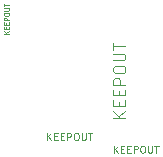
<source format=gbr>
%TF.GenerationSoftware,KiCad,Pcbnew,4.0.7*%
%TF.CreationDate,2018-01-21T21:24:05+02:00*%
%TF.ProjectId,OilMeteo_V2.0,4F696C4D6574656F5F56322E302E6B69,rev?*%
%TF.FileFunction,Other,Comment*%
%FSLAX46Y46*%
G04 Gerber Fmt 4.6, Leading zero omitted, Abs format (unit mm)*
G04 Created by KiCad (PCBNEW 4.0.7) date 01/21/18 21:24:05*
%MOMM*%
%LPD*%
G01*
G04 APERTURE LIST*
%ADD10C,0.100000*%
%ADD11C,0.060000*%
%ADD12C,0.090000*%
G04 APERTURE END LIST*
D10*
X120252381Y-47445238D02*
X119252381Y-47445238D01*
X120252381Y-46873809D02*
X119680952Y-47302381D01*
X119252381Y-46873809D02*
X119823810Y-47445238D01*
X119728571Y-46445238D02*
X119728571Y-46111904D01*
X120252381Y-45969047D02*
X120252381Y-46445238D01*
X119252381Y-46445238D01*
X119252381Y-45969047D01*
X119728571Y-45540476D02*
X119728571Y-45207142D01*
X120252381Y-45064285D02*
X120252381Y-45540476D01*
X119252381Y-45540476D01*
X119252381Y-45064285D01*
X120252381Y-44635714D02*
X119252381Y-44635714D01*
X119252381Y-44254761D01*
X119300000Y-44159523D01*
X119347619Y-44111904D01*
X119442857Y-44064285D01*
X119585714Y-44064285D01*
X119680952Y-44111904D01*
X119728571Y-44159523D01*
X119776190Y-44254761D01*
X119776190Y-44635714D01*
X119252381Y-43445238D02*
X119252381Y-43254761D01*
X119300000Y-43159523D01*
X119395238Y-43064285D01*
X119585714Y-43016666D01*
X119919048Y-43016666D01*
X120109524Y-43064285D01*
X120204762Y-43159523D01*
X120252381Y-43254761D01*
X120252381Y-43445238D01*
X120204762Y-43540476D01*
X120109524Y-43635714D01*
X119919048Y-43683333D01*
X119585714Y-43683333D01*
X119395238Y-43635714D01*
X119300000Y-43540476D01*
X119252381Y-43445238D01*
X119252381Y-42588095D02*
X120061905Y-42588095D01*
X120157143Y-42540476D01*
X120204762Y-42492857D01*
X120252381Y-42397619D01*
X120252381Y-42207142D01*
X120204762Y-42111904D01*
X120157143Y-42064285D01*
X120061905Y-42016666D01*
X119252381Y-42016666D01*
X119252381Y-41683333D02*
X119252381Y-41111904D01*
X120252381Y-41397619D02*
X119252381Y-41397619D01*
D11*
X110405952Y-40313096D02*
X110005952Y-40313096D01*
X110405952Y-40084524D02*
X110177381Y-40255953D01*
X110005952Y-40084524D02*
X110234524Y-40313096D01*
X110196429Y-39913096D02*
X110196429Y-39779763D01*
X110405952Y-39722620D02*
X110405952Y-39913096D01*
X110005952Y-39913096D01*
X110005952Y-39722620D01*
X110196429Y-39551191D02*
X110196429Y-39417858D01*
X110405952Y-39360715D02*
X110405952Y-39551191D01*
X110005952Y-39551191D01*
X110005952Y-39360715D01*
X110405952Y-39189286D02*
X110005952Y-39189286D01*
X110005952Y-39036905D01*
X110025000Y-38998810D01*
X110044048Y-38979762D01*
X110082143Y-38960714D01*
X110139286Y-38960714D01*
X110177381Y-38979762D01*
X110196429Y-38998810D01*
X110215476Y-39036905D01*
X110215476Y-39189286D01*
X110005952Y-38713095D02*
X110005952Y-38636905D01*
X110025000Y-38598810D01*
X110063095Y-38560714D01*
X110139286Y-38541667D01*
X110272619Y-38541667D01*
X110348810Y-38560714D01*
X110386905Y-38598810D01*
X110405952Y-38636905D01*
X110405952Y-38713095D01*
X110386905Y-38751191D01*
X110348810Y-38789286D01*
X110272619Y-38808334D01*
X110139286Y-38808334D01*
X110063095Y-38789286D01*
X110025000Y-38751191D01*
X110005952Y-38713095D01*
X110005952Y-38370238D02*
X110329762Y-38370238D01*
X110367857Y-38351190D01*
X110386905Y-38332143D01*
X110405952Y-38294047D01*
X110405952Y-38217857D01*
X110386905Y-38179762D01*
X110367857Y-38160714D01*
X110329762Y-38141666D01*
X110005952Y-38141666D01*
X110005952Y-38008333D02*
X110005952Y-37779761D01*
X110405952Y-37894047D02*
X110005952Y-37894047D01*
D12*
X119267858Y-50396429D02*
X119267858Y-49796429D01*
X119610715Y-50396429D02*
X119353572Y-50053571D01*
X119610715Y-49796429D02*
X119267858Y-50139286D01*
X119867858Y-50082143D02*
X120067858Y-50082143D01*
X120153572Y-50396429D02*
X119867858Y-50396429D01*
X119867858Y-49796429D01*
X120153572Y-49796429D01*
X120410715Y-50082143D02*
X120610715Y-50082143D01*
X120696429Y-50396429D02*
X120410715Y-50396429D01*
X120410715Y-49796429D01*
X120696429Y-49796429D01*
X120953572Y-50396429D02*
X120953572Y-49796429D01*
X121182144Y-49796429D01*
X121239286Y-49825000D01*
X121267858Y-49853571D01*
X121296429Y-49910714D01*
X121296429Y-49996429D01*
X121267858Y-50053571D01*
X121239286Y-50082143D01*
X121182144Y-50110714D01*
X120953572Y-50110714D01*
X121667858Y-49796429D02*
X121782144Y-49796429D01*
X121839286Y-49825000D01*
X121896429Y-49882143D01*
X121925001Y-49996429D01*
X121925001Y-50196429D01*
X121896429Y-50310714D01*
X121839286Y-50367857D01*
X121782144Y-50396429D01*
X121667858Y-50396429D01*
X121610715Y-50367857D01*
X121553572Y-50310714D01*
X121525001Y-50196429D01*
X121525001Y-49996429D01*
X121553572Y-49882143D01*
X121610715Y-49825000D01*
X121667858Y-49796429D01*
X122182143Y-49796429D02*
X122182143Y-50282143D01*
X122210715Y-50339286D01*
X122239286Y-50367857D01*
X122296429Y-50396429D01*
X122410715Y-50396429D01*
X122467857Y-50367857D01*
X122496429Y-50339286D01*
X122525000Y-50282143D01*
X122525000Y-49796429D01*
X122725000Y-49796429D02*
X123067857Y-49796429D01*
X122896428Y-50396429D02*
X122896428Y-49796429D01*
X113642858Y-49321429D02*
X113642858Y-48721429D01*
X113985715Y-49321429D02*
X113728572Y-48978571D01*
X113985715Y-48721429D02*
X113642858Y-49064286D01*
X114242858Y-49007143D02*
X114442858Y-49007143D01*
X114528572Y-49321429D02*
X114242858Y-49321429D01*
X114242858Y-48721429D01*
X114528572Y-48721429D01*
X114785715Y-49007143D02*
X114985715Y-49007143D01*
X115071429Y-49321429D02*
X114785715Y-49321429D01*
X114785715Y-48721429D01*
X115071429Y-48721429D01*
X115328572Y-49321429D02*
X115328572Y-48721429D01*
X115557144Y-48721429D01*
X115614286Y-48750000D01*
X115642858Y-48778571D01*
X115671429Y-48835714D01*
X115671429Y-48921429D01*
X115642858Y-48978571D01*
X115614286Y-49007143D01*
X115557144Y-49035714D01*
X115328572Y-49035714D01*
X116042858Y-48721429D02*
X116157144Y-48721429D01*
X116214286Y-48750000D01*
X116271429Y-48807143D01*
X116300001Y-48921429D01*
X116300001Y-49121429D01*
X116271429Y-49235714D01*
X116214286Y-49292857D01*
X116157144Y-49321429D01*
X116042858Y-49321429D01*
X115985715Y-49292857D01*
X115928572Y-49235714D01*
X115900001Y-49121429D01*
X115900001Y-48921429D01*
X115928572Y-48807143D01*
X115985715Y-48750000D01*
X116042858Y-48721429D01*
X116557143Y-48721429D02*
X116557143Y-49207143D01*
X116585715Y-49264286D01*
X116614286Y-49292857D01*
X116671429Y-49321429D01*
X116785715Y-49321429D01*
X116842857Y-49292857D01*
X116871429Y-49264286D01*
X116900000Y-49207143D01*
X116900000Y-48721429D01*
X117100000Y-48721429D02*
X117442857Y-48721429D01*
X117271428Y-49321429D02*
X117271428Y-48721429D01*
M02*

</source>
